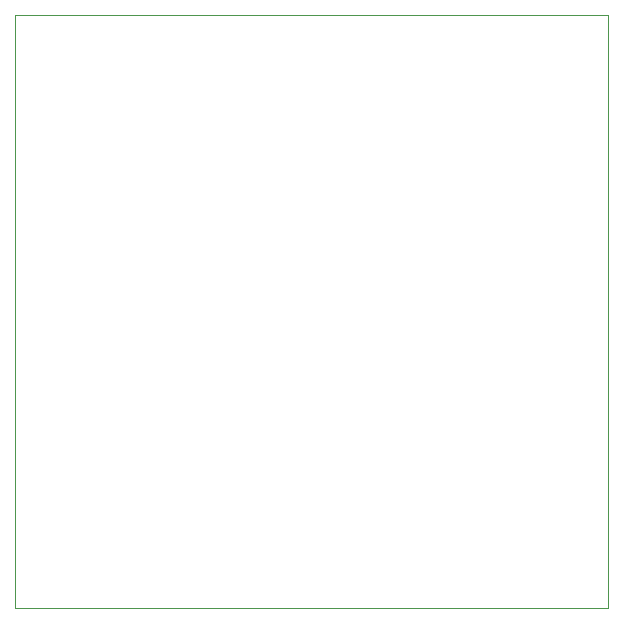
<source format=gbr>
%TF.GenerationSoftware,KiCad,Pcbnew,7.0.1*%
%TF.CreationDate,2024-03-13T10:09:07+01:00*%
%TF.ProjectId,bar_test_proto,6261725f-7465-4737-945f-70726f746f2e,rev?*%
%TF.SameCoordinates,Original*%
%TF.FileFunction,Profile,NP*%
%FSLAX46Y46*%
G04 Gerber Fmt 4.6, Leading zero omitted, Abs format (unit mm)*
G04 Created by KiCad (PCBNEW 7.0.1) date 2024-03-13 10:09:07*
%MOMM*%
%LPD*%
G01*
G04 APERTURE LIST*
%TA.AperFunction,Profile*%
%ADD10C,0.100000*%
%TD*%
G04 APERTURE END LIST*
D10*
X120015000Y-50800000D02*
X170180000Y-50800000D01*
X170180000Y-100965000D01*
X120015000Y-100965000D01*
X120015000Y-50800000D01*
M02*

</source>
